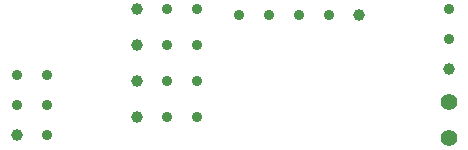
<source format=gbr>
G04 Generated by Ultiboard 13.0 *
%FSLAX25Y25*%
%MOIN*%

%ADD11C,0.03500*%
%ADD12C,0.03917*%
%ADD13C,0.05500*%


G04 ColorRGB 000000 for the following layer *
%LNDrill-Copper Top-Copper Bottom*%
%LPD*%
G54D11*
X-62000Y-20000D03*
X-62000Y0D03*
X-72000Y0D03*
X-62000Y-10000D03*
X-72000Y-10000D03*
X-22000Y-14000D03*
X-12000Y-14000D03*
X-22000Y10000D03*
X-12000Y10000D03*
X-22000Y-2000D03*
X-12000Y-2000D03*
X-22000Y22000D03*
X-12000Y22000D03*
X32000Y20000D03*
X22000Y20000D03*
X2000Y20000D03*
X12000Y20000D03*
X72000Y12000D03*
X72000Y22000D03*
G54D12*
X-72000Y-20000D03*
X-32000Y-14000D03*
X-32000Y10000D03*
X-32000Y-2000D03*
X-32000Y22000D03*
X42000Y20000D03*
X72000Y2000D03*
G54D13*
X72000Y-9000D03*
X72000Y-21000D03*

M02*

</source>
